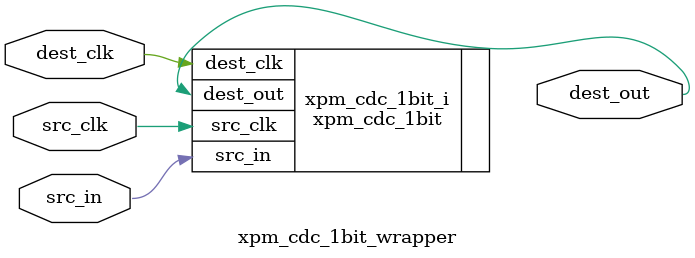
<source format=v>
`timescale 1 ps / 1 ps

module xpm_cdc_1bit_wrapper
   (dest_clk,
    dest_out,
    src_clk,
    src_in);
  input dest_clk;
  output [0:0]dest_out;
  input src_clk;
  input [0:0]src_in;

  wire dest_clk;
  wire [0:0]dest_out;
  wire src_clk;
  wire [0:0]src_in;

  xpm_cdc_1bit xpm_cdc_1bit_i
       (.dest_clk(dest_clk),
        .dest_out(dest_out),
        .src_clk(src_clk),
        .src_in(src_in));
endmodule

</source>
